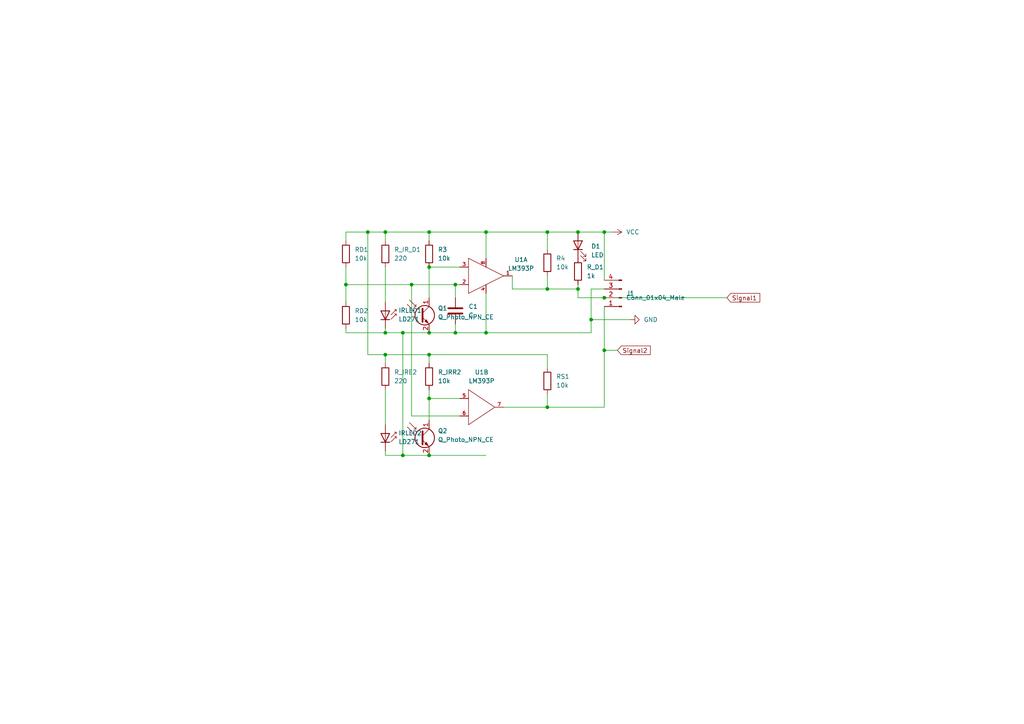
<source format=kicad_sch>
(kicad_sch (version 20211123) (generator eeschema)
  (paper "A4")
  (lib_symbols
    (symbol "Connector:Conn_01x04_Male" (pin_names (offset 1.016) hide)
      (property "Reference" "J" (at 0 5.08 0))
      (property "Value" "Conn_01x04_Male" (at 0 -7.62 0))
      (symbol "Conn_01x04_Male_1_1"
        (polyline (pts (xy 1.27 -5.08) (xy 0.8636 -5.08)) (stroke (width 0.1524)))
        (polyline (pts (xy 1.27 -2.54) (xy 0.8636 -2.54)) (stroke (width 0.1524)))
        (polyline (pts (xy 1.27 0) (xy 0.8636 0)) (stroke (width 0.1524)))
        (polyline (pts (xy 1.27 2.54) (xy 0.8636 2.54)) (stroke (width 0.1524)))
        (rectangle (start 0.8636 -4.953) (end 0 -5.207) (stroke (width 0.1524)) (fill (type outline)))
        (rectangle (start 0.8636 -2.413) (end 0 -2.667) (stroke (width 0.1524)) (fill (type outline)))
        (rectangle (start 0.8636 0.127) (end 0 -0.127) (stroke (width 0.1524)) (fill (type outline)))
        (rectangle (start 0.8636 2.667) (end 0 2.413) (stroke (width 0.1524)) (fill (type outline)))
        (pin passive line (at 5.08 2.54 180) (length 3.81) (name "Pin_1") (number "1"))
        (pin passive line (at 5.08 0 180) (length 3.81) (name "Pin_2") (number "2"))
        (pin passive line (at 5.08 -2.54 180) (length 3.81) (name "Pin_3") (number "3"))
        (pin passive line (at 5.08 -5.08 180) (length 3.81) (name "Pin_4") (number "4"))
      )
    )
    (symbol "Device:C" (pin_numbers hide) (pin_names (offset 0.254))
      (property "Reference" "C" (at 0.635 2.54 0))
      (property "Value" "C" (at 0.635 -2.54 0))
      (symbol "C_0_1"
        (polyline (pts (xy -2.032 -0.762) (xy 2.032 -0.762)) (stroke (width 0.508)))
        (polyline (pts (xy -2.032 0.762) (xy 2.032 0.762)) (stroke (width 0.508)))
      )
      (symbol "C_1_1"
        (pin passive line (at 0 3.81 270) (length 2.794) (name "~") (number "1"))
        (pin passive line (at 0 -3.81 90) (length 2.794) (name "~") (number "2"))
      )
    )
    (symbol "Device:LED" (pin_numbers hide) (pin_names (offset 1.016) hide)
      (property "Reference" "D" (at 0 2.54 0))
      (property "Value" "LED" (at 0 -2.54 0))
      (symbol "LED_0_1"
        (polyline (pts (xy -1.27 -1.27) (xy -1.27 1.27)) (stroke (width 0.254)))
        (polyline (pts (xy -1.27 0) (xy 1.27 0)))
        (polyline (pts (xy 1.27 -1.27) (xy 1.27 1.27) (xy -1.27 0) (xy 1.27 -1.27)) (stroke (width 0.254)))
        (polyline (pts (xy -3.048 -0.762) (xy -4.572 -2.286) (xy -3.81 -2.286) (xy -4.572 -2.286) (xy -4.572 -1.524)))
        (polyline (pts (xy -1.778 -0.762) (xy -3.302 -2.286) (xy -2.54 -2.286) (xy -3.302 -2.286) (xy -3.302 -1.524)))
      )
      (symbol "LED_1_1"
        (pin passive line (at -3.81 0 0) (length 2.54) (name "K") (number "1"))
        (pin passive line (at 3.81 0 180) (length 2.54) (name "A") (number "2"))
      )
    )
    (symbol "Device:Q_Photo_NPN_CE" (pin_names (offset 0) hide)
      (property "Reference" "Q" (at 5.08 1.27 0))
      (property "Value" "Q_Photo_NPN_CE" (at 5.08 -1.27 0))
      (symbol "Q_Photo_NPN_CE_0_1"
        (polyline (pts (xy -1.905 1.27) (xy -2.54 1.27)))
        (polyline (pts (xy -1.27 2.54) (xy -1.905 2.54)))
        (polyline (pts (xy 0.635 0.635) (xy 2.54 2.54)))
        (polyline (pts (xy -3.81 3.175) (xy -1.905 1.27) (xy -1.905 1.905)))
        (polyline (pts (xy -3.175 4.445) (xy -1.27 2.54) (xy -1.27 3.175)))
        (polyline (pts (xy 0.635 -0.635) (xy 2.54 -2.54) (xy 2.54 -2.54)))
        (polyline (pts (xy 0.635 1.905) (xy 0.635 -1.905) (xy 0.635 -1.905)) (stroke (width 0.508)))
        (polyline (pts (xy 1.27 -1.778) (xy 1.778 -1.27) (xy 2.286 -2.286) (xy 1.27 -1.778) (xy 1.27 -1.778)) (fill (type outline)))
        (circle (center 1.27 0) (radius 2.8194) (stroke (width 0.254)))
      )
      (symbol "Q_Photo_NPN_CE_1_1"
        (pin passive line (at 2.54 5.08 270) (length 2.54) (name "C") (number "1"))
        (pin passive line (at 2.54 -5.08 90) (length 2.54) (name "E") (number "2"))
      )
    )
    (symbol "Device:R" (pin_numbers hide) (pin_names (offset 0))
      (property "Reference" "R" (at 2.032 0 90))
      (property "Value" "R" (at 0 0 90))
      (symbol "R_0_1"
        (rectangle (start -1.016 -2.54) (end 1.016 2.54) (stroke (width 0.254)))
      )
      (symbol "R_1_1"
        (pin passive line (at 0 3.81 270) (length 1.27) (name "~") (number "1"))
        (pin passive line (at 0 -3.81 90) (length 1.27) (name "~") (number "2"))
      )
    )
    (symbol "LED:LD271" (pin_numbers hide) (pin_names (offset 1.016) hide)
      (property "Reference" "D" (at 0.508 1.778 0))
      (property "Value" "LD271" (at -1.016 -2.794 0))
      (symbol "LD271_0_1"
        (polyline (pts (xy -2.54 1.27) (xy -2.54 -1.27)) (stroke (width 0.254)))
        (polyline (pts (xy 0 0) (xy -2.54 0)))
        (polyline (pts (xy 0.381 3.175) (xy -0.127 3.175)))
        (polyline (pts (xy -1.143 1.651) (xy 0.381 3.175) (xy 0.381 2.667)))
        (polyline (pts (xy 0 -1.27) (xy -2.54 0) (xy 0 1.27) (xy 0 -1.27)) (stroke (width 0.254)))
        (polyline (pts (xy -2.413 1.651) (xy -0.889 3.175) (xy -0.889 2.667) (xy -0.889 3.175) (xy -1.397 3.175)))
      )
      (symbol "LD271_1_1"
        (pin passive line (at -5.08 0 0) (length 2.54) (name "K") (number "1"))
        (pin passive line (at 2.54 0 180) (length 2.54) (name "A") (number "2"))
      )
    )
    (symbol "eec:LM393P" (pin_names (offset 1.016))
      (property "Reference" "U" (at 0 5.08 0))
      (property "Value" "LM393P" (at 0 7.62 0))
      (symbol "LM393P_1_0"
        (text "+" (at 5.588 1.27 0) (effects (font (size 1.524 1.524))))
        (text "+" (at 5.842 1.27 0) (effects (font (size 1.524 1.524))))
        (text "_" (at 5.588 0.762 0) (effects (font (size 1.524 1.524))))
        (text "_" (at 5.588 0.762 0) (effects (font (size 1.524 1.524))))
      )
      (symbol "LM393P_1_1"
        (polyline (pts (xy 5.08 -7.62) (xy 5.08 2.54)))
        (polyline (pts (xy 5.08 -7.62) (xy 15.24 -2.54)))
        (polyline (pts (xy 5.08 2.54) (xy 15.24 -2.54)))
        (pin unspecified line (at 17.78 -2.54 180) (length 2.54) (name "1OUT") (number "1"))
        (pin unspecified line (at 2.54 -5.08 0) (length 2.54) (name "1IN−") (number "2"))
        (pin unspecified line (at 2.54 0 0) (length 2.54) (name "1IN+") (number "3"))
        (pin unspecified line (at 10.16 -7.62 90) (length 2.54) (name "GND") (number "4"))
        (pin unspecified line (at 10.16 2.54 270) (length 2.54) (name "VCC") (number "8"))
      )
      (symbol "LM393P_2_1"
        (polyline (pts (xy 5.08 -7.62) (xy 5.08 2.54)))
        (polyline (pts (xy 5.08 -7.62) (xy 12.7 -2.54)))
        (polyline (pts (xy 5.08 2.54) (xy 12.7 -2.54)))
        (pin unspecified line (at 2.54 0 0) (length 2.54) (name "2IN+") (number "5"))
        (pin unspecified line (at 2.54 -5.08 0) (length 2.54) (name "2IN-") (number "6"))
        (pin unspecified line (at 15.24 -2.54 180) (length 2.54) (name "2OUT") (number "7"))
      )
    )
    (symbol "power:GND" (power) (pin_names (offset 0))
      (property "Value" "GND" (at 0 -3.81 0))
      (symbol "GND_0_1"
        (polyline (pts (xy 0 0) (xy 0 -1.27) (xy 1.27 -1.27) (xy 0 -2.54) (xy -1.27 -1.27) (xy 0 -1.27)))
      )
      (symbol "GND_1_1"
        (pin power_in line (at 0 0 270) (length 0) hide (name "GND") (number "1"))
      )
    )
    (symbol "power:VCC" (power) (pin_names (offset 0))
      (property "Value" "VCC" (at 0 3.81 0))
      (symbol "VCC_0_1"
        (polyline (pts (xy -0.762 1.27) (xy 0 2.54)))
        (polyline (pts (xy 0 0) (xy 0 2.54)))
        (polyline (pts (xy 0 2.54) (xy 0.762 1.27)))
      )
      (symbol "VCC_1_1"
        (pin power_in line (at 0 0 90) (length 0) hide (name "VCC") (number "1"))
      )
    )
  )
  (junction (at 132.08 96.52))
  (junction (at 116.84 96.52))
  (junction (at 111.76 96.52))
  (junction (at 119.38 82.55))
  (junction (at 158.75 67.31))
  (junction (at 158.75 118.11))
  (junction (at 175.26 86.36))
  (junction (at 100.33 82.55))
  (junction (at 124.46 132.08))
  (junction (at 124.46 96.52))
  (junction (at 140.97 96.52))
  (junction (at 132.08 82.55))
  (junction (at 167.64 67.31))
  (junction (at 124.46 115.57))
  (junction (at 111.76 67.31))
  (junction (at 140.97 67.31))
  (junction (at 158.75 83.82))
  (junction (at 175.26 67.31))
  (junction (at 175.26 101.6))
  (junction (at 124.46 77.47))
  (junction (at 167.64 83.82))
  (junction (at 116.84 132.08))
  (junction (at 111.76 102.87))
  (junction (at 124.46 102.87))
  (junction (at 124.46 67.31))
  (junction (at 106.68 67.31))
  (junction (at 171.45 92.71))
  (wire (pts (xy 124.46 102.87) (xy 158.75 102.87)))
  (wire (pts (xy 100.33 95.25) (xy 100.33 96.52)))
  (wire (pts (xy 100.33 96.52) (xy 111.76 96.52)))
  (wire (pts (xy 119.38 120.65) (xy 133.35 120.65)))
  (wire (pts (xy 100.33 82.55) (xy 119.38 82.55)))
  (wire (pts (xy 175.26 88.9) (xy 175.26 101.6)))
  (wire (pts (xy 111.76 77.47) (xy 111.76 87.63)))
  (wire (pts (xy 132.08 93.98) (xy 132.08 96.52)))
  (wire (pts (xy 111.76 102.87) (xy 111.76 105.41)))
  (wire (pts (xy 158.75 80.01) (xy 158.75 83.82)))
  (wire (pts (xy 106.68 67.31) (xy 106.68 102.87)))
  (wire (pts (xy 171.45 83.82) (xy 175.26 83.82)))
  (wire (pts (xy 175.26 101.6) (xy 179.07 101.6)))
  (wire (pts (xy 132.08 96.52) (xy 140.97 96.52)))
  (wire (pts (xy 167.64 86.36) (xy 175.26 86.36)))
  (wire (pts (xy 124.46 115.57) (xy 124.46 121.92)))
  (wire (pts (xy 171.45 92.71) (xy 171.45 96.52)))
  (wire (pts (xy 124.46 102.87) (xy 124.46 105.41)))
  (wire (pts (xy 100.33 82.55) (xy 100.33 87.63)))
  (wire (pts (xy 119.38 82.55) (xy 132.08 82.55)))
  (wire (pts (xy 167.64 67.31) (xy 175.26 67.31)))
  (wire (pts (xy 119.38 82.55) (xy 119.38 120.65)))
  (wire (pts (xy 182.88 92.71) (xy 171.45 92.71)))
  (wire (pts (xy 158.75 72.39) (xy 158.75 67.31)))
  (wire (pts (xy 175.26 118.11) (xy 175.26 101.6)))
  (wire (pts (xy 175.26 67.31) (xy 177.8 67.31)))
  (wire (pts (xy 158.75 83.82) (xy 148.59 83.82)))
  (wire (pts (xy 158.75 114.3) (xy 158.75 118.11)))
  (wire (pts (xy 132.08 82.55) (xy 133.35 82.55)))
  (wire (pts (xy 158.75 102.87) (xy 158.75 106.68)))
  (wire (pts (xy 167.64 83.82) (xy 158.75 83.82)))
  (wire (pts (xy 106.68 67.31) (xy 111.76 67.31)))
  (wire (pts (xy 124.46 67.31) (xy 140.97 67.31)))
  (wire (pts (xy 100.33 67.31) (xy 106.68 67.31)))
  (wire (pts (xy 124.46 77.47) (xy 133.35 77.47)))
  (wire (pts (xy 148.59 83.82) (xy 148.59 80.01)))
  (wire (pts (xy 116.84 96.52) (xy 124.46 96.52)))
  (wire (pts (xy 158.75 67.31) (xy 167.64 67.31)))
  (wire (pts (xy 140.97 96.52) (xy 171.45 96.52)))
  (wire (pts (xy 158.75 118.11) (xy 175.26 118.11)))
  (wire (pts (xy 140.97 67.31) (xy 140.97 74.93)))
  (wire (pts (xy 124.46 96.52) (xy 132.08 96.52)))
  (wire (pts (xy 111.76 67.31) (xy 111.76 69.85)))
  (wire (pts (xy 175.26 67.31) (xy 175.26 81.28)))
  (wire (pts (xy 111.76 96.52) (xy 116.84 96.52)))
  (wire (pts (xy 116.84 132.08) (xy 124.46 132.08)))
  (wire (pts (xy 124.46 113.03) (xy 124.46 115.57)))
  (wire (pts (xy 124.46 77.47) (xy 124.46 86.36)))
  (wire (pts (xy 140.97 67.31) (xy 158.75 67.31)))
  (wire (pts (xy 106.68 102.87) (xy 111.76 102.87)))
  (wire (pts (xy 124.46 67.31) (xy 124.46 69.85)))
  (wire (pts (xy 124.46 115.57) (xy 133.35 115.57)))
  (wire (pts (xy 140.97 132.08) (xy 124.46 132.08)))
  (wire (pts (xy 111.76 132.08) (xy 116.84 132.08)))
  (wire (pts (xy 111.76 67.31) (xy 124.46 67.31)))
  (wire (pts (xy 140.97 85.09) (xy 140.97 96.52)))
  (wire (pts (xy 111.76 130.81) (xy 111.76 132.08)))
  (wire (pts (xy 111.76 113.03) (xy 111.76 123.19)))
  (wire (pts (xy 111.76 95.25) (xy 111.76 96.52)))
  (wire (pts (xy 167.64 83.82) (xy 167.64 86.36)))
  (wire (pts (xy 111.76 102.87) (xy 124.46 102.87)))
  (wire (pts (xy 146.05 118.11) (xy 158.75 118.11)))
  (wire (pts (xy 167.64 83.82) (xy 167.64 82.55)))
  (wire (pts (xy 175.26 86.36) (xy 210.82 86.36)))
  (wire (pts (xy 100.33 77.47) (xy 100.33 82.55)))
  (wire (pts (xy 132.08 82.55) (xy 132.08 86.36)))
  (wire (pts (xy 116.84 96.52) (xy 116.84 132.08)))
  (wire (pts (xy 100.33 69.85) (xy 100.33 67.31)))
  (wire (pts (xy 171.45 83.82) (xy 171.45 92.71)))
  (global_label "Signal2" (shape input) (at 179.07 101.6 0) (property "Intersheet References" "${INTERSHEET_REFS}" (effects hide)))
  (global_label "Signal1" (shape input) (at 210.82 86.36 0) (property "Intersheet References" "${INTERSHEET_REFS}" (effects hide)))
  (symbol (lib_id "Device:R") (at 111.76 109.22 0) (unit 1)
    (property "Reference" "R_IRE2" (at 114.3 107.9499 0) (effects (justify left)))
    (property "Value" "220" (at 114.3 110.4899 0) (effects (justify left)))
    (property "Footprint" "Resistor_THT:R_Axial_DIN0207_L6.3mm_D2.5mm_P7.62mm_Horizontal" (effects hide))
  )
  (symbol (lib_id "LED:LD271") (at 111.76 125.73 270) (mirror x) (unit 1)
    (property "Reference" "IRLED2" (at 115.57 125.6029 90) (effects (justify left)))
    (property "Value" "LD271" (at 115.57 128.1429 90) (effects (justify left)))
    (property "Footprint" "LED_THT:LED_D5.0mm_IRGrey" (effects hide))
    (property "Datasheet" "http://www.alliedelec.com/m/d/40788c34903a719969df15f1fbea1056.pdf" (effects hide))
  )
  (symbol (lib_id "LED:LD271") (at 111.76 90.17 270) (mirror x) (unit 1)
    (property "Reference" "IRLED1" (at 115.57 90.0429 90) (effects (justify left)))
    (property "Value" "LD271" (at 115.57 92.5829 90) (effects (justify left)))
    (property "Footprint" "LED_THT:LED_D5.0mm_IRGrey" (effects hide))
    (property "Datasheet" "http://www.alliedelec.com/m/d/40788c34903a719969df15f1fbea1056.pdf" (effects hide))
  )
  (symbol (lib_id "eec:LM393P") (at 130.81 115.57 0) (unit 2)
    (property "Reference" "U1" (at 139.7 107.95 0))
    (property "Value" "LM393P" (at 139.7 110.49 0))
    (property "Footprint" "Texas_Instruments-P_R-PDIP-T8-0-0-*" (effects hide))
    (property "Datasheet" "http://www-s.ti.com/sc/ds/lm193.pdf" (effects hide))
    (property "category" "IC" (effects hide))
    (property "digikey description" "IC DUAL DIFF COMP 8-DIP" (effects hide))
    (property "digikey part number" "296-1398-5-ND" (effects hide))
    (property "ipc land pattern name" "DIP794W46P254L959H508Q8" (effects hide))
    (property "lead free" "yes" (effects hide))
    (property "library id" "769f2784d21fb492" (effects hide))
    (property "manufacturer" "Texas Instruments" (effects hide))
    (property "mouser part number" "595-LM393P" (effects hide))
    (property "package" "PDIP8" (effects hide))
    (property "rohs" "yes" (effects hide))
    (property "temperature range high" "+70°C" (effects hide))
    (property "temperature range low" "0°C" (effects hide))
  )
  (symbol (lib_id "Device:R") (at 100.33 91.44 0) (unit 1)
    (property "Reference" "RD2" (at 102.87 90.1699 0) (effects (justify left)))
    (property "Value" "10k" (at 102.87 92.7099 0) (effects (justify left)))
    (property "Footprint" "Resistor_THT:R_Axial_DIN0207_L6.3mm_D2.5mm_P7.62mm_Horizontal" (effects hide))
  )
  (symbol (lib_id "Device:R") (at 167.64 78.74 0) (unit 1)
    (property "Reference" "R_D1" (at 170.18 77.4699 0) (effects (justify left)))
    (property "Value" "1k" (at 170.18 80.0099 0) (effects (justify left)))
    (property "Footprint" "Resistor_THT:R_Axial_DIN0207_L6.3mm_D2.5mm_P7.62mm_Horizontal" (effects hide))
  )
  (symbol (lib_id "Connector:Conn_01x04_Male") (at 180.34 86.36 180) (unit 1)
    (property "Reference" "J1" (at 181.61 85.09 0) (effects (justify right)))
    (property "Value" "Conn_01x04_Male" (at 181.61 86.3599 0) (effects (justify right)))
    (property "Footprint" "Connector_JST:JST_XH_B4B-XH-A_1x04_P2.50mm_Vertical" (effects hide))
  )
  (symbol (lib_id "Device:R") (at 124.46 109.22 180) (unit 1)
    (property "Reference" "R_IRR2" (at 127 107.9499 0) (effects (justify right)))
    (property "Value" "10k" (at 127 110.4899 0) (effects (justify right)))
    (property "Footprint" "Resistor_THT:R_Axial_DIN0207_L6.3mm_D2.5mm_P7.62mm_Horizontal" (effects hide))
  )
  (symbol (lib_id "Device:R") (at 158.75 110.49 0) (unit 1)
    (property "Reference" "RS1" (at 161.29 109.2199 0) (effects (justify left)))
    (property "Value" "10k" (at 161.29 111.7599 0) (effects (justify left)))
    (property "Footprint" "Resistor_THT:R_Axial_DIN0207_L6.3mm_D2.5mm_P7.62mm_Horizontal" (effects hide))
  )
  (symbol (lib_id "Device:R") (at 124.46 73.66 180) (unit 1)
    (property "Reference" "R3" (at 127 72.3899 0) (effects (justify right)))
    (property "Value" "10k" (at 127 74.9299 0) (effects (justify right)))
    (property "Footprint" "Resistor_THT:R_Axial_DIN0207_L6.3mm_D2.5mm_P7.62mm_Horizontal" (effects hide))
  )
  (symbol (lib_id "Device:Q_Photo_NPN_CE") (at 121.92 91.44 0) (unit 1)
    (property "Reference" "Q1" (at 127 89.4206 0) (effects (justify left)))
    (property "Value" "Q_Photo_NPN_CE" (at 127 91.9606 0) (effects (justify left)))
    (property "Footprint" "LED_THT:LED_D5.0mm_IRGrey" (effects hide))
  )
  (symbol (lib_id "Device:R") (at 158.75 76.2 0) (unit 1)
    (property "Reference" "R4" (at 161.29 74.9299 0) (effects (justify left)))
    (property "Value" "10k" (at 161.29 77.4699 0) (effects (justify left)))
    (property "Footprint" "Resistor_THT:R_Axial_DIN0207_L6.3mm_D2.5mm_P7.62mm_Horizontal" (effects hide))
  )
  (symbol (lib_id "Device:C") (at 132.08 90.17 180) (unit 1)
    (property "Reference" "C1" (at 135.89 88.8999 0) (effects (justify right)))
    (property "Value" "C" (at 135.89 91.4399 0) (effects (justify right)))
    (property "Footprint" "Capacitor_THT:C_Disc_D4.3mm_W1.9mm_P5.00mm" (effects hide))
  )
  (symbol (lib_id "eec:LM393P") (at 130.81 77.47 0) (unit 1)
    (property "Reference" "U1" (at 151.13 75.311 0))
    (property "Value" "LM393P" (at 151.13 77.851 0))
    (property "Footprint" "eec:Texas_Instruments-P_R-PDIP-T8-0-0-0" (effects hide))
    (property "Datasheet" "http://www-s.ti.com/sc/ds/lm193.pdf" (effects hide))
    (property "category" "IC" (effects hide))
    (property "digikey description" "IC DUAL DIFF COMP 8-DIP" (effects hide))
    (property "digikey part number" "296-1398-5-ND" (effects hide))
    (property "ipc land pattern name" "DIP794W46P254L959H508Q8" (effects hide))
    (property "lead free" "yes" (effects hide))
    (property "library id" "769f2784d21fb492" (effects hide))
    (property "manufacturer" "Texas Instruments" (effects hide))
    (property "mouser part number" "595-LM393P" (effects hide))
    (property "package" "PDIP8" (effects hide))
    (property "rohs" "yes" (effects hide))
    (property "temperature range high" "+70°C" (effects hide))
    (property "temperature range low" "0°C" (effects hide))
  )
  (symbol (lib_id "Device:Q_Photo_NPN_CE") (at 121.92 127 0) (unit 1)
    (property "Reference" "Q2" (at 127 124.9806 0) (effects (justify left)))
    (property "Value" "Q_Photo_NPN_CE" (at 127 127.5206 0) (effects (justify left)))
    (property "Footprint" "LED_THT:LED_D5.0mm_IRGrey" (effects hide))
  )
  (symbol (lib_id "Device:R") (at 100.33 73.66 0) (unit 1)
    (property "Reference" "RD1" (at 102.87 72.3899 0) (effects (justify left)))
    (property "Value" "10k" (at 102.87 74.9299 0) (effects (justify left)))
    (property "Footprint" "Resistor_THT:R_Axial_DIN0207_L6.3mm_D2.5mm_P7.62mm_Horizontal" (effects hide))
  )
  (symbol (lib_id "Device:LED") (at 167.64 71.12 90) (unit 1)
    (property "Reference" "D1" (at 171.45 71.4374 90) (effects (justify right)))
    (property "Value" "LED" (at 171.45 73.9774 90) (effects (justify right)))
    (property "Footprint" "LED_THT:LED_D5.0mm_IRGrey" (effects hide))
  )
  (symbol (lib_id "power:GND") (at 182.88 92.71 90) (unit 1)
    (property "Reference" "#PWR0102" (effects hide))
    (property "Value" "GND" (at 186.69 92.7099 90) (effects (justify right)))
  )
  (symbol (lib_id "power:VCC") (at 177.8 67.31 270) (unit 1)
    (property "Reference" "#PWR0101" (effects hide))
    (property "Value" "VCC" (at 181.61 67.3099 90) (effects (justify left)))
  )
  (symbol (lib_id "Device:R") (at 111.76 73.66 0) (unit 1)
    (property "Reference" "R_IR_D1" (at 114.3 72.3899 0) (effects (justify left)))
    (property "Value" "220" (at 114.3 74.9299 0) (effects (justify left)))
    (property "Footprint" "Resistor_THT:R_Axial_DIN0207_L6.3mm_D2.5mm_P7.62mm_Horizontal" (effects hide))
  )
)
</source>
